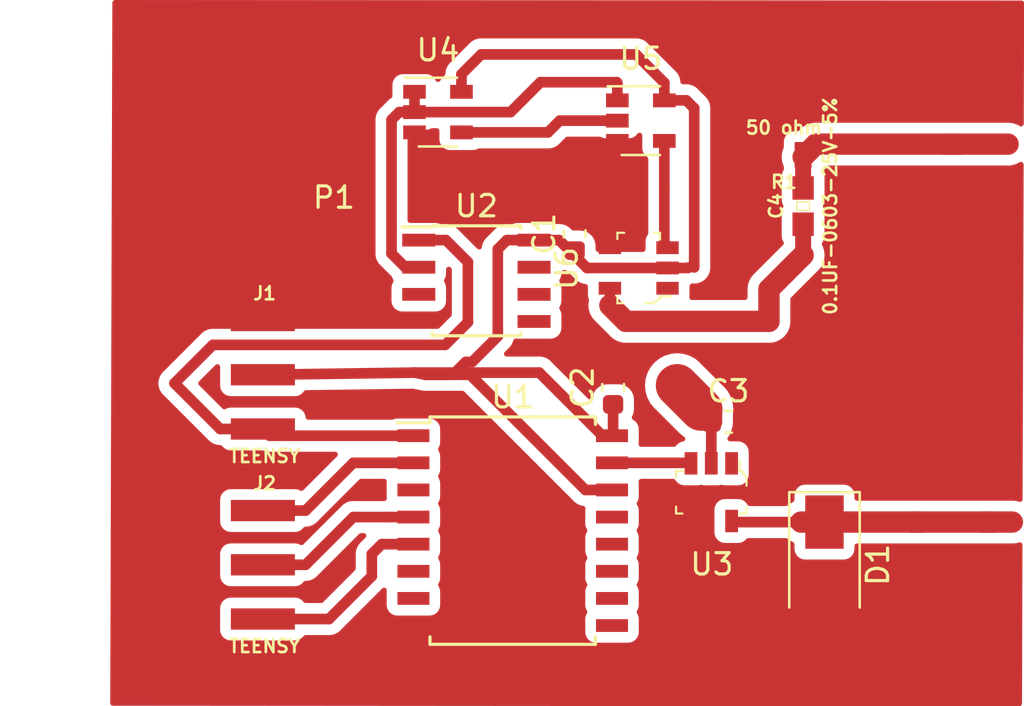
<source format=kicad_pcb>
(kicad_pcb (version 20171130) (host pcbnew 5.1.5+dfsg1-2~bpo9+1)

  (general
    (thickness 1.6)
    (drawings 0)
    (tracks 98)
    (zones 0)
    (modules 15)
    (nets 29)
  )

  (page A4)
  (layers
    (0 F.Cu signal)
    (31 B.Cu signal)
    (32 B.Adhes user)
    (33 F.Adhes user)
    (34 B.Paste user)
    (35 F.Paste user)
    (36 B.SilkS user)
    (37 F.SilkS user)
    (38 B.Mask user)
    (39 F.Mask user)
    (40 Dwgs.User user)
    (41 Cmts.User user)
    (42 Eco1.User user)
    (43 Eco2.User user)
    (44 Edge.Cuts user)
    (45 Margin user)
    (46 B.CrtYd user)
    (47 F.CrtYd user)
    (48 B.Fab user)
    (49 F.Fab user)
  )

  (setup
    (last_trace_width 1)
    (user_trace_width 1)
    (trace_clearance 0.2)
    (zone_clearance 0.5)
    (zone_45_only no)
    (trace_min 0.2)
    (via_size 0.8)
    (via_drill 0.4)
    (via_min_size 0.4)
    (via_min_drill 0.3)
    (uvia_size 0.3)
    (uvia_drill 0.1)
    (uvias_allowed no)
    (uvia_min_size 0.2)
    (uvia_min_drill 0.1)
    (edge_width 0.05)
    (segment_width 0.2)
    (pcb_text_width 0.3)
    (pcb_text_size 1.5 1.5)
    (mod_edge_width 0.12)
    (mod_text_size 1 1)
    (mod_text_width 0.15)
    (pad_size 1.524 1.524)
    (pad_drill 0.762)
    (pad_to_mask_clearance 0.051)
    (solder_mask_min_width 0.25)
    (aux_axis_origin 79.7 92.7)
    (grid_origin 79.7 92.7)
    (visible_elements FFFFFF7F)
    (pcbplotparams
      (layerselection 0x00000_7fffffff)
      (usegerberextensions false)
      (usegerberattributes false)
      (usegerberadvancedattributes false)
      (creategerberjobfile false)
      (excludeedgelayer true)
      (linewidth 0.150000)
      (plotframeref false)
      (viasonmask false)
      (mode 1)
      (useauxorigin true)
      (hpglpennumber 1)
      (hpglpenspeed 20)
      (hpglpendiameter 15.000000)
      (psnegative false)
      (psa4output false)
      (plotreference true)
      (plotvalue true)
      (plotinvisibletext false)
      (padsonsilk false)
      (subtractmaskfromsilk false)
      (outputformat 1)
      (mirror false)
      (drillshape 0)
      (scaleselection 1)
      (outputdirectory ""))
  )

  (net 0 "")
  (net 1 5V)
  (net 2 GND)
  (net 3 12V)
  (net 4 COAX)
  (net 5 TRIG)
  (net 6 LE)
  (net 7 CLK)
  (net 8 D)
  (net 9 "Net-(U1-Pad3)")
  (net 10 "Net-(U1-Pad6)")
  (net 11 "Net-(U1-Pad7)")
  (net 12 "Net-(U1-Pad9)")
  (net 13 "Net-(U1-Pad10)")
  (net 14 "Net-(U1-Pad11)")
  (net 15 "Net-(U1-Pad12)")
  (net 16 "Net-(U1-Pad13)")
  (net 17 SWEEP_TRIGGER)
  (net 18 PULSE_TRIGGER)
  (net 19 "Net-(U2-Pad3)")
  (net 20 "Net-(U2-Pad5)")
  (net 21 "Net-(U2-Pad6)")
  (net 22 "Net-(U2-Pad7)")
  (net 23 "Net-(U3-Pad1)")
  (net 24 "Net-(U4-Pad4)")
  (net 25 "Net-(U5-Pad4)")
  (net 26 "Net-(U6-Pad1)")
  (net 27 "Net-(C4-Pad2)")
  (net 28 "Net-(C4-Pad1)")

  (net_class Default "This is the default net class."
    (clearance 0.2)
    (trace_width 0.25)
    (via_dia 0.8)
    (via_drill 0.4)
    (uvia_dia 0.3)
    (uvia_drill 0.1)
    (add_net 12V)
    (add_net 5V)
    (add_net CLK)
    (add_net COAX)
    (add_net D)
    (add_net GND)
    (add_net LE)
    (add_net "Net-(C4-Pad1)")
    (add_net "Net-(C4-Pad2)")
    (add_net "Net-(U1-Pad10)")
    (add_net "Net-(U1-Pad11)")
    (add_net "Net-(U1-Pad12)")
    (add_net "Net-(U1-Pad13)")
    (add_net "Net-(U1-Pad3)")
    (add_net "Net-(U1-Pad6)")
    (add_net "Net-(U1-Pad7)")
    (add_net "Net-(U1-Pad9)")
    (add_net "Net-(U2-Pad3)")
    (add_net "Net-(U2-Pad5)")
    (add_net "Net-(U2-Pad6)")
    (add_net "Net-(U2-Pad7)")
    (add_net "Net-(U3-Pad1)")
    (add_net "Net-(U4-Pad4)")
    (add_net "Net-(U5-Pad4)")
    (add_net "Net-(U6-Pad1)")
    (add_net PULSE_TRIGGER)
    (add_net SWEEP_TRIGGER)
    (add_net TRIG)
  )

  (module Capacitors:0805 (layer F.Cu) (tedit 200000) (tstamp 600A189A)
    (at 111.2 100 180)
    (descr "GENERIC 2012 (0805) PACKAGE")
    (tags "GENERIC 2012 (0805) PACKAGE")
    (path /6016EE58)
    (attr smd)
    (fp_text reference R1 (at 0 -1.27) (layer F.SilkS)
      (effects (font (size 0.6096 0.6096) (thickness 0.127)))
    )
    (fp_text value "50 ohm" (at 0 1.27) (layer F.SilkS)
      (effects (font (size 0.6096 0.6096) (thickness 0.127)))
    )
    (fp_line (start -1.4986 0.79756) (end -1.4986 -0.79756) (layer F.CrtYd) (width 0.0508))
    (fp_line (start 1.4986 0.79756) (end -1.4986 0.79756) (layer F.CrtYd) (width 0.0508))
    (fp_line (start 1.4986 -0.79756) (end 1.4986 0.79756) (layer F.CrtYd) (width 0.0508))
    (fp_line (start -1.4986 -0.79756) (end 1.4986 -0.79756) (layer F.CrtYd) (width 0.0508))
    (pad 2 smd rect (at 0.89916 0 180) (size 0.79756 1.19888) (layers F.Cu F.Paste F.Mask)
      (net 2 GND) (solder_mask_margin 0.1016))
    (pad 1 smd rect (at -0.89916 0 180) (size 0.79756 1.19888) (layers F.Cu F.Paste F.Mask)
      (net 27 "Net-(C4-Pad2)") (solder_mask_margin 0.1016))
  )

  (module Capacitors:0603 (layer F.Cu) (tedit 596180EF) (tstamp 600A1818)
    (at 112.1 102.4 90)
    (descr "GENERIC 1608 (0603) PACKAGE")
    (tags "GENERIC 1608 (0603) PACKAGE")
    (path /6016D4E6)
    (attr smd)
    (fp_text reference C4 (at 0 -1.27 90) (layer F.SilkS)
      (effects (font (size 0.6096 0.6096) (thickness 0.127)))
    )
    (fp_text value 0.1UF-0603-25V-5% (at 0 1.27 90) (layer F.SilkS)
      (effects (font (size 0.6096 0.6096) (thickness 0.127)))
    )
    (fp_line (start -0.3556 0.41656) (end 0.3556 0.41656) (layer Dwgs.User) (width 0.1016))
    (fp_line (start -0.3556 -0.4318) (end 0.3556 -0.4318) (layer Dwgs.User) (width 0.1016))
    (fp_line (start -1.59766 0.6985) (end -1.59766 -0.6985) (layer F.CrtYd) (width 0.0508))
    (fp_line (start 1.59766 0.6985) (end -1.59766 0.6985) (layer F.CrtYd) (width 0.0508))
    (fp_line (start 1.59766 -0.6985) (end 1.59766 0.6985) (layer F.CrtYd) (width 0.0508))
    (fp_line (start -1.59766 -0.6985) (end 1.59766 -0.6985) (layer F.CrtYd) (width 0.0508))
    (fp_line (start -0.19812 0.29972) (end -0.19812 -0.29972) (layer F.SilkS) (width 0.06604))
    (fp_line (start -0.19812 -0.29972) (end 0.19812 -0.29972) (layer F.SilkS) (width 0.06604))
    (fp_line (start 0.19812 0.29972) (end 0.19812 -0.29972) (layer F.SilkS) (width 0.06604))
    (fp_line (start -0.19812 0.29972) (end 0.19812 0.29972) (layer F.SilkS) (width 0.06604))
    (fp_line (start 0.3302 0.4699) (end 0.3302 -0.48006) (layer Dwgs.User) (width 0.06604))
    (fp_line (start 0.3302 -0.48006) (end 0.82804 -0.48006) (layer Dwgs.User) (width 0.06604))
    (fp_line (start 0.82804 0.4699) (end 0.82804 -0.48006) (layer Dwgs.User) (width 0.06604))
    (fp_line (start 0.3302 0.4699) (end 0.82804 0.4699) (layer Dwgs.User) (width 0.06604))
    (fp_line (start -0.8382 0.4699) (end -0.8382 -0.48006) (layer Dwgs.User) (width 0.06604))
    (fp_line (start -0.8382 -0.48006) (end -0.33782 -0.48006) (layer Dwgs.User) (width 0.06604))
    (fp_line (start -0.33782 0.4699) (end -0.33782 -0.48006) (layer Dwgs.User) (width 0.06604))
    (fp_line (start -0.8382 0.4699) (end -0.33782 0.4699) (layer Dwgs.User) (width 0.06604))
    (pad 2 smd rect (at 0.84836 0 90) (size 1.09982 0.99822) (layers F.Cu F.Paste F.Mask)
      (net 27 "Net-(C4-Pad2)") (solder_mask_margin 0.1016))
    (pad 1 smd rect (at -0.84836 0 90) (size 1.09982 0.99822) (layers F.Cu F.Paste F.Mask)
      (net 28 "Net-(C4-Pad1)") (solder_mask_margin 0.1016))
  )

  (module Capacitor_SMD:C_0603_1608Metric (layer F.Cu) (tedit 5B301BBE) (tstamp 600453BE)
    (at 108.6 112.5)
    (descr "Capacitor SMD 0603 (1608 Metric), square (rectangular) end terminal, IPC_7351 nominal, (Body size source: http://www.tortai-tech.com/upload/download/2011102023233369053.pdf), generated with kicad-footprint-generator")
    (tags capacitor)
    (path /5FFF0741)
    (attr smd)
    (fp_text reference C3 (at 0 -1.43) (layer F.SilkS)
      (effects (font (size 1 1) (thickness 0.15)))
    )
    (fp_text value "0.1 uF" (at 0 1.43) (layer F.Fab)
      (effects (font (size 1 1) (thickness 0.15)))
    )
    (fp_line (start -0.8 0.4) (end -0.8 -0.4) (layer F.Fab) (width 0.1))
    (fp_line (start -0.8 -0.4) (end 0.8 -0.4) (layer F.Fab) (width 0.1))
    (fp_line (start 0.8 -0.4) (end 0.8 0.4) (layer F.Fab) (width 0.1))
    (fp_line (start 0.8 0.4) (end -0.8 0.4) (layer F.Fab) (width 0.1))
    (fp_line (start -0.162779 -0.51) (end 0.162779 -0.51) (layer F.SilkS) (width 0.12))
    (fp_line (start -0.162779 0.51) (end 0.162779 0.51) (layer F.SilkS) (width 0.12))
    (fp_line (start -1.48 0.73) (end -1.48 -0.73) (layer F.CrtYd) (width 0.05))
    (fp_line (start -1.48 -0.73) (end 1.48 -0.73) (layer F.CrtYd) (width 0.05))
    (fp_line (start 1.48 -0.73) (end 1.48 0.73) (layer F.CrtYd) (width 0.05))
    (fp_line (start 1.48 0.73) (end -1.48 0.73) (layer F.CrtYd) (width 0.05))
    (fp_text user %R (at 0 0) (layer F.Fab)
      (effects (font (size 0.4 0.4) (thickness 0.06)))
    )
    (pad 1 smd roundrect (at -0.7875 0) (size 0.875 0.95) (layers F.Cu F.Paste F.Mask) (roundrect_rratio 0.25)
      (net 3 12V))
    (pad 2 smd roundrect (at 0.7875 0) (size 0.875 0.95) (layers F.Cu F.Paste F.Mask) (roundrect_rratio 0.25)
      (net 2 GND))
    (model ${KISYS3DMOD}/Capacitor_SMD.3dshapes/C_0603_1608Metric.wrl
      (at (xyz 0 0 0))
      (scale (xyz 1 1 1))
      (rotate (xyz 0 0 0))
    )
  )

  (module Package_SO:SOIC-16W_7.5x10.3mm_P1.27mm (layer F.Cu) (tedit 5A02F2D3) (tstamp 60045399)
    (at 98.5 117.6)
    (descr "16-Lead Plastic Small Outline (SO) - Wide, 7.50 mm Body [SOIC] (see Microchip Packaging Specification 00000049BS.pdf)")
    (tags "SOIC 1.27")
    (path /5FFB6E3D)
    (attr smd)
    (fp_text reference U1 (at 0 -6.25) (layer F.SilkS)
      (effects (font (size 1 1) (thickness 0.15)))
    )
    (fp_text value DS1023S-50 (at 0 6.25) (layer F.Fab)
      (effects (font (size 1 1) (thickness 0.15)))
    )
    (fp_text user %R (at 0 0) (layer F.Fab)
      (effects (font (size 1 1) (thickness 0.15)))
    )
    (fp_line (start -2.75 -5.15) (end 3.75 -5.15) (layer F.Fab) (width 0.15))
    (fp_line (start 3.75 -5.15) (end 3.75 5.15) (layer F.Fab) (width 0.15))
    (fp_line (start 3.75 5.15) (end -3.75 5.15) (layer F.Fab) (width 0.15))
    (fp_line (start -3.75 5.15) (end -3.75 -4.15) (layer F.Fab) (width 0.15))
    (fp_line (start -3.75 -4.15) (end -2.75 -5.15) (layer F.Fab) (width 0.15))
    (fp_line (start -5.65 -5.5) (end -5.65 5.5) (layer F.CrtYd) (width 0.05))
    (fp_line (start 5.65 -5.5) (end 5.65 5.5) (layer F.CrtYd) (width 0.05))
    (fp_line (start -5.65 -5.5) (end 5.65 -5.5) (layer F.CrtYd) (width 0.05))
    (fp_line (start -5.65 5.5) (end 5.65 5.5) (layer F.CrtYd) (width 0.05))
    (fp_line (start -3.875 -5.325) (end -3.875 -5.05) (layer F.SilkS) (width 0.15))
    (fp_line (start 3.875 -5.325) (end 3.875 -4.97) (layer F.SilkS) (width 0.15))
    (fp_line (start 3.875 5.325) (end 3.875 4.97) (layer F.SilkS) (width 0.15))
    (fp_line (start -3.875 5.325) (end -3.875 4.97) (layer F.SilkS) (width 0.15))
    (fp_line (start -3.875 -5.325) (end 3.875 -5.325) (layer F.SilkS) (width 0.15))
    (fp_line (start -3.875 5.325) (end 3.875 5.325) (layer F.SilkS) (width 0.15))
    (fp_line (start -3.875 -5.05) (end -5.4 -5.05) (layer F.SilkS) (width 0.15))
    (pad 1 smd rect (at -4.65 -4.445) (size 1.5 0.6) (layers F.Cu F.Paste F.Mask)
      (net 5 TRIG))
    (pad 2 smd rect (at -4.65 -3.175) (size 1.5 0.6) (layers F.Cu F.Paste F.Mask)
      (net 6 LE))
    (pad 3 smd rect (at -4.65 -1.905) (size 1.5 0.6) (layers F.Cu F.Paste F.Mask)
      (net 9 "Net-(U1-Pad3)"))
    (pad 4 smd rect (at -4.65 -0.635) (size 1.5 0.6) (layers F.Cu F.Paste F.Mask)
      (net 7 CLK))
    (pad 5 smd rect (at -4.65 0.635) (size 1.5 0.6) (layers F.Cu F.Paste F.Mask)
      (net 8 D))
    (pad 6 smd rect (at -4.65 1.905) (size 1.5 0.6) (layers F.Cu F.Paste F.Mask)
      (net 10 "Net-(U1-Pad6)"))
    (pad 7 smd rect (at -4.65 3.175) (size 1.5 0.6) (layers F.Cu F.Paste F.Mask)
      (net 11 "Net-(U1-Pad7)"))
    (pad 8 smd rect (at -4.65 4.445) (size 1.5 0.6) (layers F.Cu F.Paste F.Mask)
      (net 2 GND))
    (pad 9 smd rect (at 4.65 4.445) (size 1.5 0.6) (layers F.Cu F.Paste F.Mask)
      (net 12 "Net-(U1-Pad9)"))
    (pad 10 smd rect (at 4.65 3.175) (size 1.5 0.6) (layers F.Cu F.Paste F.Mask)
      (net 13 "Net-(U1-Pad10)"))
    (pad 11 smd rect (at 4.65 1.905) (size 1.5 0.6) (layers F.Cu F.Paste F.Mask)
      (net 14 "Net-(U1-Pad11)"))
    (pad 12 smd rect (at 4.65 0.635) (size 1.5 0.6) (layers F.Cu F.Paste F.Mask)
      (net 15 "Net-(U1-Pad12)"))
    (pad 13 smd rect (at 4.65 -0.635) (size 1.5 0.6) (layers F.Cu F.Paste F.Mask)
      (net 16 "Net-(U1-Pad13)"))
    (pad 14 smd rect (at 4.65 -1.905) (size 1.5 0.6) (layers F.Cu F.Paste F.Mask)
      (net 1 5V))
    (pad 15 smd rect (at 4.65 -3.175) (size 1.5 0.6) (layers F.Cu F.Paste F.Mask)
      (net 17 SWEEP_TRIGGER))
    (pad 16 smd rect (at 4.65 -4.445) (size 1.5 0.6) (layers F.Cu F.Paste F.Mask)
      (net 1 5V))
    (model ${KISYS3DMOD}/Package_SO.3dshapes/SOIC-16W_7.5x10.3mm_P1.27mm.wrl
      (at (xyz 0 0 0))
      (scale (xyz 1 1 1))
      (rotate (xyz 0 0 0))
    )
  )

  (module Diode_SMD:D_SMA (layer F.Cu) (tedit 586432E5) (tstamp 6004537D)
    (at 113.1 119.2 270)
    (descr "Diode SMA (DO-214AC)")
    (tags "Diode SMA (DO-214AC)")
    (path /600011FD)
    (attr smd)
    (fp_text reference D1 (at 0 -2.5 90) (layer F.SilkS)
      (effects (font (size 1 1) (thickness 0.15)))
    )
    (fp_text value D_TVS (at 0 2.6 90) (layer F.Fab)
      (effects (font (size 1 1) (thickness 0.15)))
    )
    (fp_text user %R (at 0 -2.5 90) (layer F.Fab)
      (effects (font (size 1 1) (thickness 0.15)))
    )
    (fp_line (start -3.4 -1.65) (end -3.4 1.65) (layer F.SilkS) (width 0.12))
    (fp_line (start 2.3 1.5) (end -2.3 1.5) (layer F.Fab) (width 0.1))
    (fp_line (start -2.3 1.5) (end -2.3 -1.5) (layer F.Fab) (width 0.1))
    (fp_line (start 2.3 -1.5) (end 2.3 1.5) (layer F.Fab) (width 0.1))
    (fp_line (start 2.3 -1.5) (end -2.3 -1.5) (layer F.Fab) (width 0.1))
    (fp_line (start -3.5 -1.75) (end 3.5 -1.75) (layer F.CrtYd) (width 0.05))
    (fp_line (start 3.5 -1.75) (end 3.5 1.75) (layer F.CrtYd) (width 0.05))
    (fp_line (start 3.5 1.75) (end -3.5 1.75) (layer F.CrtYd) (width 0.05))
    (fp_line (start -3.5 1.75) (end -3.5 -1.75) (layer F.CrtYd) (width 0.05))
    (fp_line (start -0.64944 0.00102) (end -1.55114 0.00102) (layer F.Fab) (width 0.1))
    (fp_line (start 0.50118 0.00102) (end 1.4994 0.00102) (layer F.Fab) (width 0.1))
    (fp_line (start -0.64944 -0.79908) (end -0.64944 0.80112) (layer F.Fab) (width 0.1))
    (fp_line (start 0.50118 0.75032) (end 0.50118 -0.79908) (layer F.Fab) (width 0.1))
    (fp_line (start -0.64944 0.00102) (end 0.50118 0.75032) (layer F.Fab) (width 0.1))
    (fp_line (start -0.64944 0.00102) (end 0.50118 -0.79908) (layer F.Fab) (width 0.1))
    (fp_line (start -3.4 1.65) (end 2 1.65) (layer F.SilkS) (width 0.12))
    (fp_line (start -3.4 -1.65) (end 2 -1.65) (layer F.SilkS) (width 0.12))
    (pad 1 smd rect (at -2 0 270) (size 2.5 1.8) (layers F.Cu F.Paste F.Mask)
      (net 4 COAX))
    (pad 2 smd rect (at 2 0 270) (size 2.5 1.8) (layers F.Cu F.Paste F.Mask)
      (net 2 GND))
    (model ${KISYS3DMOD}/Diode_SMD.3dshapes/D_SMA.wrl
      (at (xyz 0 0 0))
      (scale (xyz 1 1 1))
      (rotate (xyz 0 0 0))
    )
  )

  (module Capacitor_SMD:C_0603_1608Metric (layer F.Cu) (tedit 5B301BBE) (tstamp 6004536C)
    (at 101.4 103.7 90)
    (descr "Capacitor SMD 0603 (1608 Metric), square (rectangular) end terminal, IPC_7351 nominal, (Body size source: http://www.tortai-tech.com/upload/download/2011102023233369053.pdf), generated with kicad-footprint-generator")
    (tags capacitor)
    (path /5FFFCD0C)
    (attr smd)
    (fp_text reference C1 (at 0 -1.43 90) (layer F.SilkS)
      (effects (font (size 1 1) (thickness 0.15)))
    )
    (fp_text value "0.1 uF" (at 0 1.43 90) (layer F.Fab)
      (effects (font (size 1 1) (thickness 0.15)))
    )
    (fp_line (start -0.8 0.4) (end -0.8 -0.4) (layer F.Fab) (width 0.1))
    (fp_line (start -0.8 -0.4) (end 0.8 -0.4) (layer F.Fab) (width 0.1))
    (fp_line (start 0.8 -0.4) (end 0.8 0.4) (layer F.Fab) (width 0.1))
    (fp_line (start 0.8 0.4) (end -0.8 0.4) (layer F.Fab) (width 0.1))
    (fp_line (start -0.162779 -0.51) (end 0.162779 -0.51) (layer F.SilkS) (width 0.12))
    (fp_line (start -0.162779 0.51) (end 0.162779 0.51) (layer F.SilkS) (width 0.12))
    (fp_line (start -1.48 0.73) (end -1.48 -0.73) (layer F.CrtYd) (width 0.05))
    (fp_line (start -1.48 -0.73) (end 1.48 -0.73) (layer F.CrtYd) (width 0.05))
    (fp_line (start 1.48 -0.73) (end 1.48 0.73) (layer F.CrtYd) (width 0.05))
    (fp_line (start 1.48 0.73) (end -1.48 0.73) (layer F.CrtYd) (width 0.05))
    (fp_text user %R (at 0 0 90) (layer F.Fab)
      (effects (font (size 0.4 0.4) (thickness 0.06)))
    )
    (pad 1 smd roundrect (at -0.7875 0 90) (size 0.875 0.95) (layers F.Cu F.Paste F.Mask) (roundrect_rratio 0.25)
      (net 1 5V))
    (pad 2 smd roundrect (at 0.7875 0 90) (size 0.875 0.95) (layers F.Cu F.Paste F.Mask) (roundrect_rratio 0.25)
      (net 2 GND))
    (model ${KISYS3DMOD}/Capacitor_SMD.3dshapes/C_0603_1608Metric.wrl
      (at (xyz 0 0 0))
      (scale (xyz 1 1 1))
      (rotate (xyz 0 0 0))
    )
  )

  (module Package_SO:SOIC-8_3.9x4.9mm_P1.27mm (layer F.Cu) (tedit 5A02F2D3) (tstamp 6004533D)
    (at 96.8 105.9)
    (descr "8-Lead Plastic Small Outline (SN) - Narrow, 3.90 mm Body [SOIC] (see Microchip Packaging Specification 00000049BS.pdf)")
    (tags "SOIC 1.27")
    (path /5FFB8144)
    (attr smd)
    (fp_text reference U2 (at 0 -3.5) (layer F.SilkS)
      (effects (font (size 1 1) (thickness 0.15)))
    )
    (fp_text value DS1100Z-500 (at 0 3.5) (layer F.Fab)
      (effects (font (size 1 1) (thickness 0.15)))
    )
    (fp_text user %R (at 0 0) (layer F.Fab)
      (effects (font (size 1 1) (thickness 0.15)))
    )
    (fp_line (start -0.95 -2.45) (end 1.95 -2.45) (layer F.Fab) (width 0.1))
    (fp_line (start 1.95 -2.45) (end 1.95 2.45) (layer F.Fab) (width 0.1))
    (fp_line (start 1.95 2.45) (end -1.95 2.45) (layer F.Fab) (width 0.1))
    (fp_line (start -1.95 2.45) (end -1.95 -1.45) (layer F.Fab) (width 0.1))
    (fp_line (start -1.95 -1.45) (end -0.95 -2.45) (layer F.Fab) (width 0.1))
    (fp_line (start -3.73 -2.7) (end -3.73 2.7) (layer F.CrtYd) (width 0.05))
    (fp_line (start 3.73 -2.7) (end 3.73 2.7) (layer F.CrtYd) (width 0.05))
    (fp_line (start -3.73 -2.7) (end 3.73 -2.7) (layer F.CrtYd) (width 0.05))
    (fp_line (start -3.73 2.7) (end 3.73 2.7) (layer F.CrtYd) (width 0.05))
    (fp_line (start -2.075 -2.575) (end -2.075 -2.525) (layer F.SilkS) (width 0.15))
    (fp_line (start 2.075 -2.575) (end 2.075 -2.43) (layer F.SilkS) (width 0.15))
    (fp_line (start 2.075 2.575) (end 2.075 2.43) (layer F.SilkS) (width 0.15))
    (fp_line (start -2.075 2.575) (end -2.075 2.43) (layer F.SilkS) (width 0.15))
    (fp_line (start -2.075 -2.575) (end 2.075 -2.575) (layer F.SilkS) (width 0.15))
    (fp_line (start -2.075 2.575) (end 2.075 2.575) (layer F.SilkS) (width 0.15))
    (fp_line (start -2.075 -2.525) (end -3.475 -2.525) (layer F.SilkS) (width 0.15))
    (pad 1 smd rect (at -2.7 -1.905) (size 1.55 0.6) (layers F.Cu F.Paste F.Mask)
      (net 5 TRIG))
    (pad 2 smd rect (at -2.7 -0.635) (size 1.55 0.6) (layers F.Cu F.Paste F.Mask)
      (net 18 PULSE_TRIGGER))
    (pad 3 smd rect (at -2.7 0.635) (size 1.55 0.6) (layers F.Cu F.Paste F.Mask)
      (net 19 "Net-(U2-Pad3)"))
    (pad 4 smd rect (at -2.7 1.905) (size 1.55 0.6) (layers F.Cu F.Paste F.Mask)
      (net 2 GND))
    (pad 5 smd rect (at 2.7 1.905) (size 1.55 0.6) (layers F.Cu F.Paste F.Mask)
      (net 20 "Net-(U2-Pad5)"))
    (pad 6 smd rect (at 2.7 0.635) (size 1.55 0.6) (layers F.Cu F.Paste F.Mask)
      (net 21 "Net-(U2-Pad6)"))
    (pad 7 smd rect (at 2.7 -0.635) (size 1.55 0.6) (layers F.Cu F.Paste F.Mask)
      (net 22 "Net-(U2-Pad7)"))
    (pad 8 smd rect (at 2.7 -1.905) (size 1.55 0.6) (layers F.Cu F.Paste F.Mask)
      (net 1 5V))
    (model ${KISYS3DMOD}/Package_SO.3dshapes/SOIC-8_3.9x4.9mm_P1.27mm.wrl
      (at (xyz 0 0 0))
      (scale (xyz 1 1 1))
      (rotate (xyz 0 0 0))
    )
  )

  (module Capacitor_SMD:C_0603_1608Metric (layer F.Cu) (tedit 5B301BBE) (tstamp 6004532A)
    (at 103.2 110.9 90)
    (descr "Capacitor SMD 0603 (1608 Metric), square (rectangular) end terminal, IPC_7351 nominal, (Body size source: http://www.tortai-tech.com/upload/download/2011102023233369053.pdf), generated with kicad-footprint-generator")
    (tags capacitor)
    (path /5FFBBE06)
    (attr smd)
    (fp_text reference C2 (at 0 -1.43 90) (layer F.SilkS)
      (effects (font (size 1 1) (thickness 0.15)))
    )
    (fp_text value "0.1 uF" (at 0 1.43 90) (layer F.Fab)
      (effects (font (size 1 1) (thickness 0.15)))
    )
    (fp_line (start -0.8 0.4) (end -0.8 -0.4) (layer F.Fab) (width 0.1))
    (fp_line (start -0.8 -0.4) (end 0.8 -0.4) (layer F.Fab) (width 0.1))
    (fp_line (start 0.8 -0.4) (end 0.8 0.4) (layer F.Fab) (width 0.1))
    (fp_line (start 0.8 0.4) (end -0.8 0.4) (layer F.Fab) (width 0.1))
    (fp_line (start -0.162779 -0.51) (end 0.162779 -0.51) (layer F.SilkS) (width 0.12))
    (fp_line (start -0.162779 0.51) (end 0.162779 0.51) (layer F.SilkS) (width 0.12))
    (fp_line (start -1.48 0.73) (end -1.48 -0.73) (layer F.CrtYd) (width 0.05))
    (fp_line (start -1.48 -0.73) (end 1.48 -0.73) (layer F.CrtYd) (width 0.05))
    (fp_line (start 1.48 -0.73) (end 1.48 0.73) (layer F.CrtYd) (width 0.05))
    (fp_line (start 1.48 0.73) (end -1.48 0.73) (layer F.CrtYd) (width 0.05))
    (fp_text user %R (at 0 0 90) (layer F.Fab)
      (effects (font (size 0.4 0.4) (thickness 0.06)))
    )
    (pad 1 smd roundrect (at -0.7875 0 90) (size 0.875 0.95) (layers F.Cu F.Paste F.Mask) (roundrect_rratio 0.25)
      (net 1 5V))
    (pad 2 smd roundrect (at 0.7875 0 90) (size 0.875 0.95) (layers F.Cu F.Paste F.Mask) (roundrect_rratio 0.25)
      (net 2 GND))
    (model ${KISYS3DMOD}/Capacitor_SMD.3dshapes/C_0603_1608Metric.wrl
      (at (xyz 0 0 0))
      (scale (xyz 1 1 1))
      (rotate (xyz 0 0 0))
    )
  )

  (module Package_TO_SOT_SMD:SOT-23-5 (layer F.Cu) (tedit 5A02FF57) (tstamp 60045302)
    (at 95 98)
    (descr "5-pin SOT23 package")
    (tags SOT-23-5)
    (path /600A0307)
    (attr smd)
    (fp_text reference U4 (at 0 -2.9) (layer F.SilkS)
      (effects (font (size 1 1) (thickness 0.15)))
    )
    (fp_text value 74AHC1G00 (at 0 2.9) (layer F.Fab)
      (effects (font (size 1 1) (thickness 0.15)))
    )
    (fp_text user %R (at 0 0 90) (layer F.Fab)
      (effects (font (size 0.5 0.5) (thickness 0.075)))
    )
    (fp_line (start -0.9 1.61) (end 0.9 1.61) (layer F.SilkS) (width 0.12))
    (fp_line (start 0.9 -1.61) (end -1.55 -1.61) (layer F.SilkS) (width 0.12))
    (fp_line (start -1.9 -1.8) (end 1.9 -1.8) (layer F.CrtYd) (width 0.05))
    (fp_line (start 1.9 -1.8) (end 1.9 1.8) (layer F.CrtYd) (width 0.05))
    (fp_line (start 1.9 1.8) (end -1.9 1.8) (layer F.CrtYd) (width 0.05))
    (fp_line (start -1.9 1.8) (end -1.9 -1.8) (layer F.CrtYd) (width 0.05))
    (fp_line (start -0.9 -0.9) (end -0.25 -1.55) (layer F.Fab) (width 0.1))
    (fp_line (start 0.9 -1.55) (end -0.25 -1.55) (layer F.Fab) (width 0.1))
    (fp_line (start -0.9 -0.9) (end -0.9 1.55) (layer F.Fab) (width 0.1))
    (fp_line (start 0.9 1.55) (end -0.9 1.55) (layer F.Fab) (width 0.1))
    (fp_line (start 0.9 -1.55) (end 0.9 1.55) (layer F.Fab) (width 0.1))
    (pad 1 smd rect (at -1.1 -0.95) (size 1.06 0.65) (layers F.Cu F.Paste F.Mask)
      (net 18 PULSE_TRIGGER))
    (pad 2 smd rect (at -1.1 0) (size 1.06 0.65) (layers F.Cu F.Paste F.Mask)
      (net 18 PULSE_TRIGGER))
    (pad 3 smd rect (at -1.1 0.95) (size 1.06 0.65) (layers F.Cu F.Paste F.Mask)
      (net 2 GND))
    (pad 4 smd rect (at 1.1 0.95) (size 1.06 0.65) (layers F.Cu F.Paste F.Mask)
      (net 24 "Net-(U4-Pad4)"))
    (pad 5 smd rect (at 1.1 -0.95) (size 1.06 0.65) (layers F.Cu F.Paste F.Mask)
      (net 1 5V))
    (model ${KISYS3DMOD}/Package_TO_SOT_SMD.3dshapes/SOT-23-5.wrl
      (at (xyz 0 0 0))
      (scale (xyz 1 1 1))
      (rotate (xyz 0 0 0))
    )
  )

  (module Connectors2:1X03_SMD_RA_MALE (layer F.Cu) (tedit 5963D23B) (tstamp 600452EF)
    (at 81.80128 110.3 270)
    (descr "SMD- 3 PIN RIGHT ANGLE MALE HEADERS")
    (tags "SMD- 3 PIN RIGHT ANGLE MALE HEADERS")
    (path /5FFFE35A)
    (attr smd)
    (fp_text reference J1 (at -3.81 -5.08) (layer F.SilkS)
      (effects (font (size 0.6096 0.6096) (thickness 0.127)))
    )
    (fp_text value TEENSY (at 3.81 -5.08) (layer F.SilkS)
      (effects (font (size 0.6096 0.6096) (thickness 0.127)))
    )
    (fp_line (start 3.81 -1.24968) (end -3.81 -1.24968) (layer Dwgs.User) (width 0.1778))
    (fp_line (start -3.81 -1.24968) (end -3.81 1.24968) (layer Dwgs.User) (width 0.1778))
    (fp_line (start 3.81 1.24968) (end 2.52984 1.24968) (layer Dwgs.User) (width 0.1778))
    (fp_line (start 2.52984 1.24968) (end -0.00762 1.24968) (layer Dwgs.User) (width 0.1778))
    (fp_line (start -0.00762 1.24968) (end -2.54762 1.24968) (layer Dwgs.User) (width 0.1778))
    (fp_line (start -2.54762 1.24968) (end -3.81 1.24968) (layer Dwgs.User) (width 0.1778))
    (fp_line (start 3.81 1.24968) (end 3.81 -1.24968) (layer Dwgs.User) (width 0.1778))
    (fp_line (start 2.52984 1.24968) (end 2.52984 7.24916) (layer Dwgs.User) (width 0.127))
    (fp_line (start -0.00762 1.24968) (end -0.00762 7.24916) (layer Dwgs.User) (width 0.127))
    (fp_line (start -2.54762 1.24968) (end -2.54762 7.24916) (layer Dwgs.User) (width 0.127))
    (pad 1 smd rect (at -2.54 -4.99872) (size 2.99974 0.99822) (layers F.Cu F.Paste F.Mask)
      (net 2 GND) (solder_mask_margin 0.1016))
    (pad 2 smd rect (at 0 -4.99872) (size 2.99974 0.99822) (layers F.Cu F.Paste F.Mask)
      (net 1 5V) (solder_mask_margin 0.1016))
    (pad 3 smd rect (at 2.54 -4.99872) (size 2.99974 0.99822) (layers F.Cu F.Paste F.Mask)
      (net 5 TRIG) (solder_mask_margin 0.1016))
  )

  (module Package_TO_SOT_SMD:SOT-23-5 (layer F.Cu) (tedit 5A02FF57) (tstamp 600452D6)
    (at 104.5 98.4)
    (descr "5-pin SOT23 package")
    (tags SOT-23-5)
    (path /6009F15B)
    (attr smd)
    (fp_text reference U5 (at 0 -2.9) (layer F.SilkS)
      (effects (font (size 1 1) (thickness 0.15)))
    )
    (fp_text value 74AHC1G08 (at 0 2.9) (layer F.Fab)
      (effects (font (size 1 1) (thickness 0.15)))
    )
    (fp_text user %R (at 0 0 90) (layer F.Fab)
      (effects (font (size 0.5 0.5) (thickness 0.075)))
    )
    (fp_line (start -0.9 1.61) (end 0.9 1.61) (layer F.SilkS) (width 0.12))
    (fp_line (start 0.9 -1.61) (end -1.55 -1.61) (layer F.SilkS) (width 0.12))
    (fp_line (start -1.9 -1.8) (end 1.9 -1.8) (layer F.CrtYd) (width 0.05))
    (fp_line (start 1.9 -1.8) (end 1.9 1.8) (layer F.CrtYd) (width 0.05))
    (fp_line (start 1.9 1.8) (end -1.9 1.8) (layer F.CrtYd) (width 0.05))
    (fp_line (start -1.9 1.8) (end -1.9 -1.8) (layer F.CrtYd) (width 0.05))
    (fp_line (start -0.9 -0.9) (end -0.25 -1.55) (layer F.Fab) (width 0.1))
    (fp_line (start 0.9 -1.55) (end -0.25 -1.55) (layer F.Fab) (width 0.1))
    (fp_line (start -0.9 -0.9) (end -0.9 1.55) (layer F.Fab) (width 0.1))
    (fp_line (start 0.9 1.55) (end -0.9 1.55) (layer F.Fab) (width 0.1))
    (fp_line (start 0.9 -1.55) (end 0.9 1.55) (layer F.Fab) (width 0.1))
    (pad 1 smd rect (at -1.1 -0.95) (size 1.06 0.65) (layers F.Cu F.Paste F.Mask)
      (net 18 PULSE_TRIGGER))
    (pad 2 smd rect (at -1.1 0) (size 1.06 0.65) (layers F.Cu F.Paste F.Mask)
      (net 24 "Net-(U4-Pad4)"))
    (pad 3 smd rect (at -1.1 0.95) (size 1.06 0.65) (layers F.Cu F.Paste F.Mask)
      (net 2 GND))
    (pad 4 smd rect (at 1.1 0.95) (size 1.06 0.65) (layers F.Cu F.Paste F.Mask)
      (net 25 "Net-(U5-Pad4)"))
    (pad 5 smd rect (at 1.1 -0.95) (size 1.06 0.65) (layers F.Cu F.Paste F.Mask)
      (net 1 5V))
    (model ${KISYS3DMOD}/Package_TO_SOT_SMD.3dshapes/SOT-23-5.wrl
      (at (xyz 0 0 0))
      (scale (xyz 1 1 1))
      (rotate (xyz 0 0 0))
    )
  )

  (module Connectors2:1X03_SMD_RA_MALE (layer F.Cu) (tedit 5963D23B) (tstamp 600452C6)
    (at 81.80128 119.2 270)
    (descr "SMD- 3 PIN RIGHT ANGLE MALE HEADERS")
    (tags "SMD- 3 PIN RIGHT ANGLE MALE HEADERS")
    (path /600C99A6)
    (attr smd)
    (fp_text reference J2 (at -3.81 -5.08) (layer F.SilkS)
      (effects (font (size 0.6096 0.6096) (thickness 0.127)))
    )
    (fp_text value TEENSY (at 3.81 -5.08) (layer F.SilkS)
      (effects (font (size 0.6096 0.6096) (thickness 0.127)))
    )
    (fp_line (start 3.81 -1.24968) (end -3.81 -1.24968) (layer Dwgs.User) (width 0.1778))
    (fp_line (start -3.81 -1.24968) (end -3.81 1.24968) (layer Dwgs.User) (width 0.1778))
    (fp_line (start 3.81 1.24968) (end 2.52984 1.24968) (layer Dwgs.User) (width 0.1778))
    (fp_line (start 2.52984 1.24968) (end -0.00762 1.24968) (layer Dwgs.User) (width 0.1778))
    (fp_line (start -0.00762 1.24968) (end -2.54762 1.24968) (layer Dwgs.User) (width 0.1778))
    (fp_line (start -2.54762 1.24968) (end -3.81 1.24968) (layer Dwgs.User) (width 0.1778))
    (fp_line (start 3.81 1.24968) (end 3.81 -1.24968) (layer Dwgs.User) (width 0.1778))
    (fp_line (start 2.52984 1.24968) (end 2.52984 7.24916) (layer Dwgs.User) (width 0.127))
    (fp_line (start -0.00762 1.24968) (end -0.00762 7.24916) (layer Dwgs.User) (width 0.127))
    (fp_line (start -2.54762 1.24968) (end -2.54762 7.24916) (layer Dwgs.User) (width 0.127))
    (pad 1 smd rect (at -2.54 -4.99872) (size 2.99974 0.99822) (layers F.Cu F.Paste F.Mask)
      (net 6 LE) (solder_mask_margin 0.1016))
    (pad 2 smd rect (at 0 -4.99872) (size 2.99974 0.99822) (layers F.Cu F.Paste F.Mask)
      (net 7 CLK) (solder_mask_margin 0.1016))
    (pad 3 smd rect (at 2.54 -4.99872) (size 2.99974 0.99822) (layers F.Cu F.Paste F.Mask)
      (net 8 D) (solder_mask_margin 0.1016))
  )

  (module 0xDBFB7:JUMPER_5102 (layer F.Cu) (tedit 5F3C7865) (tstamp 600452B9)
    (at 90.125 101.5)
    (path /601607A6)
    (fp_text reference P1 (at 0 0.5) (layer F.SilkS)
      (effects (font (size 1 1) (thickness 0.15)))
    )
    (fp_text value CONN_2 (at 0 -0.5) (layer F.Fab)
      (effects (font (size 1 1) (thickness 0.15)))
    )
    (pad 1 smd rect (at 0 0) (size 2.47 2.8) (layers F.Cu F.Paste F.Mask)
      (net 2 GND))
    (pad 2 smd rect (at 5.375 0) (size 2.47 2.8) (layers F.Cu F.Paste F.Mask)
      (net 2 GND))
  )

  (module digikey-footprints:SOT-753 (layer F.Cu) (tedit 59EF821D) (tstamp 60045290)
    (at 104.4 105.3 90)
    (path /60094C17)
    (fp_text reference U6 (at -0.025 -3.375 90) (layer F.SilkS)
      (effects (font (size 1 1) (thickness 0.15)))
    )
    (fp_text value MCP1416T-E_OT (at 0.35 4.025 90) (layer F.Fab)
      (effects (font (size 1 1) (thickness 0.15)))
    )
    (fp_line (start -1.825 2.125) (end -1.825 -2.125) (layer F.CrtYd) (width 0.05))
    (fp_line (start 1.825 2.125) (end -1.825 2.125) (layer F.CrtYd) (width 0.05))
    (fp_line (start 1.825 -2.125) (end 1.825 2.125) (layer F.CrtYd) (width 0.05))
    (fp_line (start -1.825 -2.125) (end 1.825 -2.125) (layer F.CrtYd) (width 0.05))
    (fp_text user %R (at -1.3 -1.4 90) (layer F.Fab)
      (effects (font (size 0.75 0.75) (thickness 0.075)))
    )
    (fp_line (start -1.325 -1) (end -1.65 -1) (layer F.SilkS) (width 0.1))
    (fp_line (start -1.65 -1) (end -1.65 -0.7) (layer F.SilkS) (width 0.1))
    (fp_line (start 1.325 1) (end 1.65 1) (layer F.SilkS) (width 0.1))
    (fp_line (start 1.65 1) (end 1.65 0.7) (layer F.SilkS) (width 0.1))
    (fp_line (start 1.35 -1) (end 1.65 -1) (layer F.SilkS) (width 0.1))
    (fp_line (start 1.65 -1) (end 1.65 -0.675) (layer F.SilkS) (width 0.1))
    (fp_line (start -1.65 0.675) (end -1.425 1) (layer F.SilkS) (width 0.1))
    (fp_line (start -1.425 1) (end -1.325 1) (layer F.SilkS) (width 0.1))
    (fp_line (start -1.325 1) (end -1.325 1.525) (layer F.SilkS) (width 0.1))
    (fp_line (start -1.65 0.675) (end -1.65 0.3) (layer F.SilkS) (width 0.1))
    (fp_line (start -1.525 0.625) (end -1.525 -0.875) (layer F.Fab) (width 0.1))
    (fp_line (start -1.35 0.875) (end 1.525 0.875) (layer F.Fab) (width 0.1))
    (fp_line (start -1.525 0.625) (end -1.35 0.875) (layer F.Fab) (width 0.1))
    (fp_line (start 1.525 -0.875) (end 1.525 0.875) (layer F.Fab) (width 0.1))
    (fp_line (start -1.525 -0.875) (end 1.525 -0.875) (layer F.Fab) (width 0.1))
    (pad 5 smd rect (at -0.95 -1.35 90) (size 0.6 1.05) (layers F.Cu F.Paste F.Mask)
      (net 28 "Net-(C4-Pad1)") (solder_mask_margin 0.07))
    (pad 4 smd rect (at 0.95 -1.35 90) (size 0.6 1.05) (layers F.Cu F.Paste F.Mask)
      (net 2 GND) (solder_mask_margin 0.07))
    (pad 3 smd rect (at 0.95 1.35 90) (size 0.6 1.05) (layers F.Cu F.Paste F.Mask)
      (net 25 "Net-(U5-Pad4)") (solder_mask_margin 0.07))
    (pad 2 smd rect (at 0 1.35 90) (size 0.6 1.05) (layers F.Cu F.Paste F.Mask)
      (net 1 5V) (solder_mask_margin 0.07))
    (pad 1 smd rect (at -0.95 1.35 90) (size 0.6 1.05) (layers F.Cu F.Paste F.Mask)
      (net 26 "Net-(U6-Pad1)") (solder_mask_margin 0.07))
  )

  (module digikey-footprints:SOT-753 (layer F.Cu) (tedit 59EF821D) (tstamp 6004526D)
    (at 107.8 115.8 180)
    (path /5FFC17FB)
    (fp_text reference U3 (at -0.025 -3.375) (layer F.SilkS)
      (effects (font (size 1 1) (thickness 0.15)))
    )
    (fp_text value MCP1416T-E_OT (at 0.35 4.025) (layer F.Fab)
      (effects (font (size 1 1) (thickness 0.15)))
    )
    (fp_line (start -1.825 2.125) (end -1.825 -2.125) (layer F.CrtYd) (width 0.05))
    (fp_line (start 1.825 2.125) (end -1.825 2.125) (layer F.CrtYd) (width 0.05))
    (fp_line (start 1.825 -2.125) (end 1.825 2.125) (layer F.CrtYd) (width 0.05))
    (fp_line (start -1.825 -2.125) (end 1.825 -2.125) (layer F.CrtYd) (width 0.05))
    (fp_text user %R (at 0 0.1) (layer F.Fab)
      (effects (font (size 0.75 0.75) (thickness 0.075)))
    )
    (fp_line (start -1.325 -1) (end -1.65 -1) (layer F.SilkS) (width 0.1))
    (fp_line (start -1.65 -1) (end -1.65 -0.7) (layer F.SilkS) (width 0.1))
    (fp_line (start 1.325 1) (end 1.65 1) (layer F.SilkS) (width 0.1))
    (fp_line (start 1.65 1) (end 1.65 0.7) (layer F.SilkS) (width 0.1))
    (fp_line (start 1.35 -1) (end 1.65 -1) (layer F.SilkS) (width 0.1))
    (fp_line (start 1.65 -1) (end 1.65 -0.675) (layer F.SilkS) (width 0.1))
    (fp_line (start -1.65 0.675) (end -1.425 1) (layer F.SilkS) (width 0.1))
    (fp_line (start -1.425 1) (end -1.325 1) (layer F.SilkS) (width 0.1))
    (fp_line (start -1.325 1) (end -1.325 1.525) (layer F.SilkS) (width 0.1))
    (fp_line (start -1.65 0.675) (end -1.65 0.3) (layer F.SilkS) (width 0.1))
    (fp_line (start -1.525 0.625) (end -1.525 -0.875) (layer F.Fab) (width 0.1))
    (fp_line (start -1.35 0.875) (end 1.525 0.875) (layer F.Fab) (width 0.1))
    (fp_line (start -1.525 0.625) (end -1.35 0.875) (layer F.Fab) (width 0.1))
    (fp_line (start 1.525 -0.875) (end 1.525 0.875) (layer F.Fab) (width 0.1))
    (fp_line (start -1.525 -0.875) (end 1.525 -0.875) (layer F.Fab) (width 0.1))
    (pad 5 smd rect (at -0.95 -1.35 180) (size 0.6 1.05) (layers F.Cu F.Paste F.Mask)
      (net 4 COAX) (solder_mask_margin 0.07))
    (pad 4 smd rect (at 0.95 -1.35 180) (size 0.6 1.05) (layers F.Cu F.Paste F.Mask)
      (net 2 GND) (solder_mask_margin 0.07))
    (pad 3 smd rect (at 0.95 1.35 180) (size 0.6 1.05) (layers F.Cu F.Paste F.Mask)
      (net 17 SWEEP_TRIGGER) (solder_mask_margin 0.07))
    (pad 2 smd rect (at 0 1.35 180) (size 0.6 1.05) (layers F.Cu F.Paste F.Mask)
      (net 3 12V) (solder_mask_margin 0.07))
    (pad 1 smd rect (at -0.95 1.35 180) (size 0.6 1.05) (layers F.Cu F.Paste F.Mask)
      (net 23 "Net-(U3-Pad1)") (solder_mask_margin 0.07))
  )

  (segment (start 97.8 104.42) (end 98.225 103.995) (width 0.5) (layer F.Cu) (net 1) (tstamp 60045265))
  (segment (start 103.15 115.695) (end 101.9 115.695) (width 0.5) (layer F.Cu) (net 1) (tstamp 60045266))
  (segment (start 102.7 113.155) (end 99.745 110.2) (width 0.5) (layer F.Cu) (net 1) (tstamp 60045268))
  (segment (start 96.505 110.3) (end 94.4 110.3) (width 0.5) (layer F.Cu) (net 1) (tstamp 6004526A))
  (segment (start 107 105.274999) (end 107 97.82) (width 0.5) (layer F.Cu) (net 1) (tstamp 6004528A))
  (segment (start 104.275 95.3) (end 105.6 96.625) (width 0.5) (layer F.Cu) (net 1) (tstamp 6004528E))
  (segment (start 103.15 113.155) (end 102.7 113.155) (width 0.5) (layer F.Cu) (net 1) (tstamp 600452AD))
  (segment (start 106.725001 105.274999) (end 106.7 105.3) (width 0.5) (layer F.Cu) (net 1) (tstamp 600452B3))
  (segment (start 97.8 108.5) (end 97.8 104.42) (width 0.5) (layer F.Cu) (net 1) (tstamp 600452B7))
  (segment (start 94.4 110.3) (end 93.9 110.2) (width 0.5) (layer F.Cu) (net 1) (tstamp 600452C2))
  (segment (start 100.675 103.995) (end 100.2 103.995) (width 0.5) (layer F.Cu) (net 1) (tstamp 600452C5))
  (segment (start 101.98 105.3) (end 100.675 103.995) (width 0.5) (layer F.Cu) (net 1) (tstamp 600452EB))
  (segment (start 99.5 103.995) (end 98.225 103.995) (width 0.5) (layer F.Cu) (net 1) (tstamp 600452FF))
  (segment (start 107 97.82) (end 106.63 97.45) (width 0.5) (layer F.Cu) (net 1) (tstamp 60045316))
  (segment (start 101.9 115.695) (end 96.505 110.3) (width 0.5) (layer F.Cu) (net 1) (tstamp 60045319))
  (segment (start 96.6 109.7) (end 97.8 108.5) (width 0.5) (layer F.Cu) (net 1) (tstamp 6004531A))
  (segment (start 96.1 96.225) (end 97.025 95.3) (width 0.5) (layer F.Cu) (net 1) (tstamp 6004531E))
  (segment (start 96.1 97.05) (end 96.1 96.225) (width 0.5) (layer F.Cu) (net 1) (tstamp 6004531F))
  (segment (start 99.745 110.2) (end 93.9 110.2) (width 0.5) (layer F.Cu) (net 1) (tstamp 60045321))
  (segment (start 103.2 113.105) (end 103.15 113.155) (width 0.5) (layer F.Cu) (net 1) (tstamp 60045323))
  (segment (start 97.025 95.3) (end 104.275 95.3) (width 0.5) (layer F.Cu) (net 1) (tstamp 6004533A))
  (segment (start 106.63 97.45) (end 105.6 97.45) (width 0.5) (layer F.Cu) (net 1) (tstamp 60045361))
  (segment (start 105.75 105.3) (end 101.98 105.3) (width 0.5) (layer F.Cu) (net 1) (tstamp 60045362))
  (segment (start 93.9 110.2) (end 86.8 110.3) (width 0.5) (layer F.Cu) (net 1) (tstamp 60045365))
  (segment (start 95.7 110.3) (end 94.4 110.3) (width 0.5) (layer F.Cu) (net 1) (tstamp 60045367))
  (segment (start 96.3 109.7) (end 96.6 109.7) (width 0.5) (layer F.Cu) (net 1) (tstamp 6004536A))
  (segment (start 103.2 111.6875) (end 103.2 113.105) (width 0.5) (layer F.Cu) (net 1) (tstamp 60045397))
  (segment (start 96.3 109.7) (end 95.7 110.3) (width 0.5) (layer F.Cu) (net 1) (tstamp 60045398))
  (segment (start 106.7 105.3) (end 105.75 105.3) (width 0.5) (layer F.Cu) (net 1) (tstamp 600453CE))
  (segment (start 105.6 96.625) (end 105.6 97.45) (width 0.5) (layer F.Cu) (net 1) (tstamp 600453CF))
  (segment (start 94.1 107.805) (end 86.845 107.805) (width 0.5) (layer F.Cu) (net 2) (tstamp 60045301))
  (segment (start 86.845 107.805) (end 86.8 107.76) (width 0.5) (layer F.Cu) (net 2) (tstamp 6004535E))
  (segment (start 107.8 114.45) (end 107.8 112.5125) (width 0.5) (layer F.Cu) (net 3) (tstamp 600452AC))
  (segment (start 107.325 111.925) (end 106.2 110.8) (width 2) (layer F.Cu) (net 3) (tstamp 600452AE))
  (segment (start 107.8 112.5125) (end 107.8125 112.5) (width 0.5) (layer F.Cu) (net 3) (tstamp 600452EC))
  (segment (start 107.8125 112.5) (end 107.8125 112.025) (width 1) (layer F.Cu) (net 3) (tstamp 6004531C))
  (segment (start 112 117.2) (end 117.2 117.2) (width 1) (layer F.Cu) (net 4) (tstamp 6004526B))
  (segment (start 113.1 117.2) (end 112 117.2) (width 0.5) (layer F.Cu) (net 4) (tstamp 6004528D))
  (segment (start 108.8 117.2) (end 108.75 117.15) (width 0.5) (layer F.Cu) (net 4) (tstamp 600452B1))
  (segment (start 117.2 117.2) (end 121 117.2) (width 1) (layer F.Cu) (net 4) (tstamp 60045300))
  (segment (start 112 117.2) (end 108.8 117.2) (width 0.5) (layer F.Cu) (net 4) (tstamp 6004535A))
  (segment (start 117.2 117.2) (end 117.7 117.2) (width 1) (layer F.Cu) (net 4) (tstamp 600453BD))
  (segment (start 120.4 117.2) (end 121.9 117.2) (width 1) (layer F.Cu) (net 4))
  (segment (start 82.66013 110.7) (end 84.80013 112.84) (width 0.5) (layer F.Cu) (net 5) (tstamp 60045267))
  (segment (start 95.33987 108.9) (end 84.46013 108.9) (width 0.5) (layer F.Cu) (net 5) (tstamp 6004528F))
  (segment (start 96.4 107.83987) (end 95.33987 108.9) (width 0.5) (layer F.Cu) (net 5) (tstamp 600452B6))
  (segment (start 94.1 103.995) (end 95.375 103.995) (width 0.5) (layer F.Cu) (net 5) (tstamp 600452C1))
  (segment (start 93.85 113.155) (end 87.115 113.155) (width 0.5) (layer F.Cu) (net 5) (tstamp 600452EA))
  (segment (start 87.115 113.155) (end 86.8 112.84) (width 0.5) (layer F.Cu) (net 5) (tstamp 600452ED))
  (segment (start 84.46013 108.9) (end 82.66013 110.7) (width 0.5) (layer F.Cu) (net 5) (tstamp 60045322))
  (segment (start 95.375 103.995) (end 96.4 105.02) (width 0.5) (layer F.Cu) (net 5) (tstamp 60045366))
  (segment (start 96.4 105.02) (end 96.4 107.83987) (width 0.5) (layer F.Cu) (net 5) (tstamp 6004536B))
  (segment (start 84.80013 112.84) (end 86.8 112.84) (width 0.5) (layer F.Cu) (net 5) (tstamp 60045396))
  (segment (start 92.6 114.425) (end 93.85 114.425) (width 0.5) (layer F.Cu) (net 6) (tstamp 6004531D))
  (segment (start 91.03487 114.425) (end 92.6 114.425) (width 0.5) (layer F.Cu) (net 6) (tstamp 60045325))
  (segment (start 86.8 116.66) (end 88.79987 116.66) (width 0.5) (layer F.Cu) (net 6) (tstamp 60045328))
  (segment (start 88.79987 116.66) (end 91.03487 114.425) (width 0.5) (layer F.Cu) (net 6) (tstamp 60045360))
  (segment (start 88.79987 119.2) (end 91.03487 116.965) (width 0.5) (layer F.Cu) (net 7) (tstamp 600452AF))
  (segment (start 92.6 116.965) (end 93.85 116.965) (width 0.5) (layer F.Cu) (net 7) (tstamp 60045320))
  (segment (start 86.8 119.2) (end 88.79987 119.2) (width 0.5) (layer F.Cu) (net 7) (tstamp 60045326))
  (segment (start 91.03487 116.965) (end 92.6 116.965) (width 0.5) (layer F.Cu) (net 7) (tstamp 6004533C))
  (segment (start 92.365 118.235) (end 93.85 118.235) (width 0.5) (layer F.Cu) (net 8) (tstamp 60045269))
  (segment (start 91.9 118.7) (end 92.365 118.235) (width 0.5) (layer F.Cu) (net 8) (tstamp 6004526C))
  (segment (start 89.895 121.74) (end 91.9 119.735) (width 0.5) (layer F.Cu) (net 8) (tstamp 600452B4))
  (segment (start 91.9 119.735) (end 91.9 118.7) (width 0.5) (layer F.Cu) (net 8) (tstamp 600452BE))
  (segment (start 86.8 121.74) (end 89.895 121.74) (width 0.5) (layer F.Cu) (net 8) (tstamp 600452C4))
  (segment (start 106.825 114.425) (end 106.85 114.45) (width 0.5) (layer F.Cu) (net 17) (tstamp 600452BF))
  (segment (start 103.15 114.425) (end 106.825 114.425) (width 0.5) (layer F.Cu) (net 17) (tstamp 6004535C))
  (segment (start 99.8 96.6) (end 98.4 98) (width 0.5) (layer F.Cu) (net 18) (tstamp 600452B8))
  (segment (start 98.4 98) (end 94.93 98) (width 0.5) (layer F.Cu) (net 18) (tstamp 600452C3))
  (segment (start 93.465 105.265) (end 94.1 105.265) (width 0.5) (layer F.Cu) (net 18) (tstamp 600452EE))
  (segment (start 92.825 104.625) (end 93.465 105.265) (width 0.5) (layer F.Cu) (net 18) (tstamp 60045317))
  (segment (start 103.4 96.625) (end 103.375 96.6) (width 0.5) (layer F.Cu) (net 18) (tstamp 60045318))
  (segment (start 103.375 96.6) (end 99.8 96.6) (width 0.5) (layer F.Cu) (net 18) (tstamp 60045327))
  (segment (start 103.4 97.45) (end 103.4 96.625) (width 0.5) (layer F.Cu) (net 18) (tstamp 60045359))
  (segment (start 94.93 98) (end 93.9 98) (width 0.5) (layer F.Cu) (net 18) (tstamp 6004535F))
  (segment (start 93.184998 98) (end 92.825 98.359998) (width 0.5) (layer F.Cu) (net 18) (tstamp 60045363))
  (segment (start 93.9 98) (end 93.184998 98) (width 0.5) (layer F.Cu) (net 18) (tstamp 60045364))
  (segment (start 92.825 98.359998) (end 92.825 104.625) (width 0.5) (layer F.Cu) (net 18) (tstamp 60045369))
  (segment (start 93.9 97.05) (end 93.9 98) (width 0.5) (layer F.Cu) (net 18) (tstamp 60045395))
  (segment (start 96.1 98.95) (end 100.15 98.95) (width 0.5) (layer F.Cu) (net 24) (tstamp 60045289))
  (segment (start 100.15 98.95) (end 100.7 98.4) (width 0.5) (layer F.Cu) (net 24) (tstamp 600452B2))
  (segment (start 102.724961 98.4) (end 103.4 98.4) (width 0.5) (layer F.Cu) (net 24) (tstamp 60045324))
  (segment (start 100.7 98.4) (end 102.724961 98.4) (width 0.5) (layer F.Cu) (net 24) (tstamp 6004535B))
  (segment (start 105.6 104.2) (end 105.75 104.35) (width 0.5) (layer F.Cu) (net 25) (tstamp 600452B0))
  (segment (start 105.6 101.45) (end 105.6 104.2) (width 0.5) (layer F.Cu) (net 25) (tstamp 6004533B))
  (segment (start 105.6 101.45) (end 105.6 99.35) (width 0.5) (layer F.Cu) (net 25) (tstamp 60045368))
  (segment (start 110.5 106.3) (end 110.5 107.8) (width 1) (layer F.Cu) (net 28) (tstamp 6004528C))
  (segment (start 119.5 99.5) (end 112.7 99.5) (width 1) (layer F.Cu) (net 27) (tstamp 600452B5))
  (segment (start 112.1 104.7) (end 110.5 106.3) (width 1) (layer F.Cu) (net 28) (tstamp 60045329))
  (segment (start 112.7 99.5) (end 112.1 100.1) (width 1) (layer F.Cu) (net 27) (tstamp 60045394))
  (segment (start 112.09916 101.5508) (end 112.1 101.55164) (width 0.75) (layer F.Cu) (net 27))
  (segment (start 112.09916 100) (end 112.09916 101.5508) (width 0.75) (layer F.Cu) (net 27))
  (segment (start 118.7 99.5) (end 121.7 99.5) (width 1) (layer F.Cu) (net 27))
  (segment (start 112.1 103.24836) (end 112.1 104.7) (width 0.75) (layer F.Cu) (net 28))
  (segment (start 103.05 106.25) (end 103.05 107.05) (width 0.5) (layer F.Cu) (net 28) (tstamp 6004528B))
  (segment (start 103.8 107.8) (end 103.05 107.05) (width 1) (layer F.Cu) (net 28))
  (segment (start 110.5 107.8) (end 103.8 107.8) (width 1) (layer F.Cu) (net 28))

  (zone (net 2) (net_name GND) (layer F.Cu) (tstamp 600A1CE3) (hatch edge 0.508)
    (connect_pads yes (clearance 0.5))
    (min_thickness 0.254)
    (fill yes (arc_segments 32) (thermal_gap 0.508) (thermal_bridge_width 0.508))
    (polygon
      (pts
        (xy 122.35 125.825) (xy 79.65 125.8) (xy 79.75 92.75) (xy 122.45 92.775)
      )
    )
    (filled_polygon
      (pts
        (xy 122.322616 92.901925) (xy 122.305539 98.545776) (xy 122.133371 98.45375) (xy 121.920931 98.389307) (xy 121.755365 98.373)
        (xy 112.755354 98.373) (xy 112.699999 98.367548) (xy 112.644645 98.373) (xy 112.644635 98.373) (xy 112.479069 98.389307)
        (xy 112.266629 98.45375) (xy 112.070843 98.5584) (xy 111.899235 98.699235) (xy 111.86394 98.742242) (xy 111.835655 98.770527)
        (xy 111.70038 98.770527) (xy 111.577467 98.782633) (xy 111.459277 98.818485) (xy 111.350352 98.876707) (xy 111.254879 98.955059)
        (xy 111.176527 99.050532) (xy 111.118305 99.159457) (xy 111.082453 99.277647) (xy 111.070347 99.40056) (xy 111.070347 99.635579)
        (xy 111.05375 99.66663) (xy 110.989308 99.87907) (xy 110.967548 100.1) (xy 110.989308 100.32093) (xy 111.05375 100.53337)
        (xy 111.070347 100.564421) (xy 111.070347 100.59944) (xy 111.075734 100.654139) (xy 111.018815 100.760627) (xy 110.982963 100.878817)
        (xy 110.970857 101.00173) (xy 110.970857 102.10155) (xy 110.982963 102.224463) (xy 111.018815 102.342653) (xy 111.049468 102.4)
        (xy 111.018815 102.457347) (xy 110.982963 102.575537) (xy 110.970857 102.69845) (xy 110.970857 103.79827) (xy 110.982963 103.921183)
        (xy 111.018815 104.039373) (xy 111.070365 104.135816) (xy 109.742241 105.463941) (xy 109.699235 105.499235) (xy 109.5584 105.670843)
        (xy 109.45375 105.86663) (xy 109.389307 106.07907) (xy 109.373 106.244636) (xy 109.373 106.244646) (xy 109.367548 106.3)
        (xy 109.373 106.355354) (xy 109.373 106.673) (xy 106.892901 106.673) (xy 106.892927 106.672913) (xy 106.905033 106.55)
        (xy 106.905033 106.154266) (xy 106.923392 106.148697) (xy 107 106.156242) (xy 107.171921 106.139309) (xy 107.337236 106.089161)
        (xy 107.489591 106.007726) (xy 107.623133 105.898132) (xy 107.732727 105.764591) (xy 107.814162 105.612236) (xy 107.86431 105.446921)
        (xy 107.877 105.318078) (xy 107.877 97.863079) (xy 107.881243 97.819999) (xy 107.86431 97.648077) (xy 107.814162 97.482763)
        (xy 107.79665 97.45) (xy 107.732727 97.330408) (xy 107.623133 97.196867) (xy 107.589668 97.169403) (xy 107.280597 96.860332)
        (xy 107.253133 96.826867) (xy 107.119592 96.717273) (xy 106.967237 96.635838) (xy 106.801922 96.58569) (xy 106.673079 96.573)
        (xy 106.63 96.568757) (xy 106.586921 96.573) (xy 106.476121 96.573) (xy 106.46431 96.453077) (xy 106.414162 96.287763)
        (xy 106.386408 96.235838) (xy 106.332727 96.135408) (xy 106.265161 96.053078) (xy 106.250594 96.035328) (xy 106.250592 96.035326)
        (xy 106.223133 96.001867) (xy 106.189675 95.974409) (xy 104.925597 94.710331) (xy 104.898133 94.676867) (xy 104.764592 94.567273)
        (xy 104.612237 94.485838) (xy 104.446922 94.43569) (xy 104.318079 94.423) (xy 104.275 94.418757) (xy 104.231921 94.423)
        (xy 97.068079 94.423) (xy 97.025 94.418757) (xy 96.853077 94.43569) (xy 96.687763 94.485838) (xy 96.535408 94.567273)
        (xy 96.401867 94.676867) (xy 96.374403 94.710332) (xy 95.510327 95.574408) (xy 95.476868 95.601867) (xy 95.449409 95.635326)
        (xy 95.449406 95.635329) (xy 95.367274 95.735408) (xy 95.285838 95.887764) (xy 95.23569 96.053078) (xy 95.221169 96.200507)
        (xy 95.219972 96.201147) (xy 95.124499 96.279499) (xy 95.046147 96.374972) (xy 95 96.461306) (xy 94.953853 96.374972)
        (xy 94.875501 96.279499) (xy 94.780028 96.201147) (xy 94.671103 96.142925) (xy 94.552913 96.107073) (xy 94.43 96.094967)
        (xy 93.37 96.094967) (xy 93.247087 96.107073) (xy 93.128897 96.142925) (xy 93.019972 96.201147) (xy 92.924499 96.279499)
        (xy 92.846147 96.374972) (xy 92.787925 96.483897) (xy 92.752073 96.602087) (xy 92.739967 96.725) (xy 92.739967 97.243455)
        (xy 92.695406 97.267273) (xy 92.561865 97.376867) (xy 92.534404 97.410329) (xy 92.235332 97.709401) (xy 92.201867 97.736865)
        (xy 92.092273 97.870407) (xy 92.023004 98.000001) (xy 92.010838 98.022762) (xy 91.96069 98.188076) (xy 91.943757 98.359998)
        (xy 91.948 98.403078) (xy 91.948001 104.58191) (xy 91.943757 104.625) (xy 91.96069 104.796922) (xy 92.010838 104.962236)
        (xy 92.092274 105.114592) (xy 92.174406 105.214671) (xy 92.174409 105.214674) (xy 92.201868 105.248133) (xy 92.235327 105.275592)
        (xy 92.732948 105.773213) (xy 92.742925 105.806103) (xy 92.793114 105.9) (xy 92.742925 105.993897) (xy 92.707073 106.112087)
        (xy 92.694967 106.235) (xy 92.694967 106.835) (xy 92.707073 106.957913) (xy 92.742925 107.076103) (xy 92.801147 107.185028)
        (xy 92.879499 107.280501) (xy 92.974972 107.358853) (xy 93.083897 107.417075) (xy 93.202087 107.452927) (xy 93.325 107.465033)
        (xy 94.875 107.465033) (xy 94.997913 107.452927) (xy 95.116103 107.417075) (xy 95.225028 107.358853) (xy 95.320501 107.280501)
        (xy 95.398853 107.185028) (xy 95.457075 107.076103) (xy 95.492927 106.957913) (xy 95.505033 106.835) (xy 95.505033 106.235)
        (xy 95.492927 106.112087) (xy 95.457075 105.993897) (xy 95.406886 105.9) (xy 95.457075 105.806103) (xy 95.492927 105.687913)
        (xy 95.505033 105.565) (xy 95.505033 105.365299) (xy 95.523 105.383266) (xy 95.523001 107.476604) (xy 94.976605 108.023)
        (xy 84.503199 108.023) (xy 84.460129 108.018758) (xy 84.41706 108.023) (xy 84.417051 108.023) (xy 84.288208 108.03569)
        (xy 84.122893 108.085838) (xy 83.970538 108.167273) (xy 83.836997 108.276867) (xy 83.809536 108.310329) (xy 82.070453 110.049412)
        (xy 82.036998 110.076868) (xy 82.009542 110.110323) (xy 82.009536 110.110329) (xy 81.935946 110.2) (xy 81.927404 110.210408)
        (xy 81.845968 110.362764) (xy 81.79582 110.528078) (xy 81.778887 110.7) (xy 81.79582 110.871922) (xy 81.845968 111.037236)
        (xy 81.927404 111.189592) (xy 82.009536 111.289671) (xy 82.009542 111.289677) (xy 82.036998 111.323132) (xy 82.070453 111.350588)
        (xy 84.149538 113.429674) (xy 84.176997 113.463133) (xy 84.310538 113.572727) (xy 84.381841 113.610839) (xy 84.462893 113.654162)
        (xy 84.628207 113.70431) (xy 84.800129 113.721243) (xy 84.802438 113.721016) (xy 84.854629 113.784611) (xy 84.950102 113.862963)
        (xy 85.059027 113.921185) (xy 85.177217 113.957037) (xy 85.30013 113.969143) (xy 86.777727 113.969143) (xy 86.777763 113.969162)
        (xy 86.943078 114.01931) (xy 87.071921 114.032) (xy 87.07193 114.032) (xy 87.114999 114.036242) (xy 87.158069 114.032)
        (xy 90.187605 114.032) (xy 88.606021 115.613584) (xy 88.540973 115.578815) (xy 88.422783 115.542963) (xy 88.29987 115.530857)
        (xy 85.30013 115.530857) (xy 85.177217 115.542963) (xy 85.059027 115.578815) (xy 84.950102 115.637037) (xy 84.854629 115.715389)
        (xy 84.776277 115.810862) (xy 84.718055 115.919787) (xy 84.682203 116.037977) (xy 84.670097 116.16089) (xy 84.670097 117.15911)
        (xy 84.682203 117.282023) (xy 84.718055 117.400213) (xy 84.776277 117.509138) (xy 84.854629 117.604611) (xy 84.950102 117.682963)
        (xy 85.059027 117.741185) (xy 85.177217 117.777037) (xy 85.30013 117.789143) (xy 88.29987 117.789143) (xy 88.422783 117.777037)
        (xy 88.540973 117.741185) (xy 88.649898 117.682963) (xy 88.745371 117.604611) (xy 88.797562 117.541016) (xy 88.79987 117.541243)
        (xy 88.842949 117.537) (xy 88.971792 117.52431) (xy 89.137107 117.474162) (xy 89.289462 117.392727) (xy 89.423003 117.283133)
        (xy 89.450467 117.249668) (xy 91.398135 115.302) (xy 92.479127 115.302) (xy 92.469967 115.395) (xy 92.469967 115.995)
        (xy 92.479127 116.088) (xy 91.077939 116.088) (xy 91.034869 116.083758) (xy 90.9918 116.088) (xy 90.991791 116.088)
        (xy 90.862948 116.10069) (xy 90.697633 116.150838) (xy 90.545278 116.232273) (xy 90.411737 116.341867) (xy 90.384273 116.375332)
        (xy 88.606021 118.153584) (xy 88.540973 118.118815) (xy 88.422783 118.082963) (xy 88.29987 118.070857) (xy 85.30013 118.070857)
        (xy 85.177217 118.082963) (xy 85.059027 118.118815) (xy 84.950102 118.177037) (xy 84.854629 118.255389) (xy 84.776277 118.350862)
        (xy 84.718055 118.459787) (xy 84.682203 118.577977) (xy 84.670097 118.70089) (xy 84.670097 119.69911) (xy 84.682203 119.822023)
        (xy 84.718055 119.940213) (xy 84.776277 120.049138) (xy 84.854629 120.144611) (xy 84.950102 120.222963) (xy 85.059027 120.281185)
        (xy 85.177217 120.317037) (xy 85.30013 120.329143) (xy 88.29987 120.329143) (xy 88.422783 120.317037) (xy 88.540973 120.281185)
        (xy 88.649898 120.222963) (xy 88.745371 120.144611) (xy 88.797562 120.081016) (xy 88.79987 120.081243) (xy 88.842949 120.077)
        (xy 88.891309 120.072237) (xy 88.971792 120.06431) (xy 89.031812 120.046103) (xy 89.137107 120.014162) (xy 89.289462 119.932727)
        (xy 89.423003 119.823133) (xy 89.450467 119.789668) (xy 91.398135 117.842) (xy 91.517736 117.842) (xy 91.310328 118.049407)
        (xy 91.276868 118.076867) (xy 91.249409 118.110326) (xy 91.249406 118.110329) (xy 91.167274 118.210408) (xy 91.085838 118.362764)
        (xy 91.03569 118.528078) (xy 91.018757 118.7) (xy 91.023001 118.743089) (xy 91.023 119.371735) (xy 89.531735 120.863)
        (xy 88.800857 120.863) (xy 88.745371 120.795389) (xy 88.649898 120.717037) (xy 88.540973 120.658815) (xy 88.422783 120.622963)
        (xy 88.29987 120.610857) (xy 85.30013 120.610857) (xy 85.177217 120.622963) (xy 85.059027 120.658815) (xy 84.950102 120.717037)
        (xy 84.854629 120.795389) (xy 84.776277 120.890862) (xy 84.718055 120.999787) (xy 84.682203 121.117977) (xy 84.670097 121.24089)
        (xy 84.670097 122.23911) (xy 84.682203 122.362023) (xy 84.718055 122.480213) (xy 84.776277 122.589138) (xy 84.854629 122.684611)
        (xy 84.950102 122.762963) (xy 85.059027 122.821185) (xy 85.177217 122.857037) (xy 85.30013 122.869143) (xy 88.29987 122.869143)
        (xy 88.422783 122.857037) (xy 88.540973 122.821185) (xy 88.649898 122.762963) (xy 88.745371 122.684611) (xy 88.800857 122.617)
        (xy 89.851921 122.617) (xy 89.895 122.621243) (xy 89.938079 122.617) (xy 90.066922 122.60431) (xy 90.232237 122.554162)
        (xy 90.384592 122.472727) (xy 90.518133 122.363133) (xy 90.545597 122.329668) (xy 92.477582 120.397683) (xy 92.469967 120.475)
        (xy 92.469967 121.075) (xy 92.482073 121.197913) (xy 92.517925 121.316103) (xy 92.576147 121.425028) (xy 92.654499 121.520501)
        (xy 92.749972 121.598853) (xy 92.858897 121.657075) (xy 92.977087 121.692927) (xy 93.1 121.705033) (xy 94.6 121.705033)
        (xy 94.722913 121.692927) (xy 94.841103 121.657075) (xy 94.950028 121.598853) (xy 95.045501 121.520501) (xy 95.123853 121.425028)
        (xy 95.182075 121.316103) (xy 95.217927 121.197913) (xy 95.230033 121.075) (xy 95.230033 120.475) (xy 95.217927 120.352087)
        (xy 95.182075 120.233897) (xy 95.131886 120.14) (xy 95.182075 120.046103) (xy 95.217927 119.927913) (xy 95.230033 119.805)
        (xy 95.230033 119.205) (xy 95.217927 119.082087) (xy 95.182075 118.963897) (xy 95.131886 118.87) (xy 95.182075 118.776103)
        (xy 95.217927 118.657913) (xy 95.230033 118.535) (xy 95.230033 117.935) (xy 95.217927 117.812087) (xy 95.182075 117.693897)
        (xy 95.131886 117.6) (xy 95.182075 117.506103) (xy 95.217927 117.387913) (xy 95.230033 117.265) (xy 95.230033 116.665)
        (xy 95.217927 116.542087) (xy 95.182075 116.423897) (xy 95.131886 116.33) (xy 95.182075 116.236103) (xy 95.217927 116.117913)
        (xy 95.230033 115.995) (xy 95.230033 115.395) (xy 95.217927 115.272087) (xy 95.182075 115.153897) (xy 95.131886 115.06)
        (xy 95.182075 114.966103) (xy 95.217927 114.847913) (xy 95.230033 114.725) (xy 95.230033 114.125) (xy 95.217927 114.002087)
        (xy 95.182075 113.883897) (xy 95.131886 113.79) (xy 95.182075 113.696103) (xy 95.217927 113.577913) (xy 95.230033 113.455)
        (xy 95.230033 112.855) (xy 95.217927 112.732087) (xy 95.182075 112.613897) (xy 95.123853 112.504972) (xy 95.045501 112.409499)
        (xy 94.950028 112.331147) (xy 94.841103 112.272925) (xy 94.722913 112.237073) (xy 94.6 112.224967) (xy 93.1 112.224967)
        (xy 92.977087 112.237073) (xy 92.858897 112.272925) (xy 92.849402 112.278) (xy 88.923709 112.278) (xy 88.917797 112.217977)
        (xy 88.881945 112.099787) (xy 88.823723 111.990862) (xy 88.745371 111.895389) (xy 88.649898 111.817037) (xy 88.540973 111.758815)
        (xy 88.422783 111.722963) (xy 88.29987 111.710857) (xy 85.30013 111.710857) (xy 85.177217 111.722963) (xy 85.059027 111.758815)
        (xy 84.99398 111.793584) (xy 83.900395 110.7) (xy 84.670097 109.930298) (xy 84.670097 110.79911) (xy 84.682203 110.922023)
        (xy 84.718055 111.040213) (xy 84.776277 111.149138) (xy 84.854629 111.244611) (xy 84.950102 111.322963) (xy 85.059027 111.381185)
        (xy 85.177217 111.417037) (xy 85.30013 111.429143) (xy 88.29987 111.429143) (xy 88.422783 111.417037) (xy 88.540973 111.381185)
        (xy 88.649898 111.322963) (xy 88.745371 111.244611) (xy 88.823723 111.149138) (xy 88.824022 111.148579) (xy 93.819281 111.078224)
        (xy 94.18621 111.151609) (xy 94.228078 111.16431) (xy 94.314117 111.172784) (xy 94.399078 111.181242) (xy 94.442614 111.177)
        (xy 95.656921 111.177) (xy 95.7 111.181243) (xy 95.743079 111.177) (xy 96.141735 111.177) (xy 101.249403 116.284668)
        (xy 101.276867 116.318133) (xy 101.410408 116.427727) (xy 101.562763 116.509162) (xy 101.728078 116.55931) (xy 101.779874 116.564412)
        (xy 101.769967 116.665) (xy 101.769967 117.265) (xy 101.782073 117.387913) (xy 101.817925 117.506103) (xy 101.868114 117.6)
        (xy 101.817925 117.693897) (xy 101.782073 117.812087) (xy 101.769967 117.935) (xy 101.769967 118.535) (xy 101.782073 118.657913)
        (xy 101.817925 118.776103) (xy 101.868114 118.87) (xy 101.817925 118.963897) (xy 101.782073 119.082087) (xy 101.769967 119.205)
        (xy 101.769967 119.805) (xy 101.782073 119.927913) (xy 101.817925 120.046103) (xy 101.868114 120.14) (xy 101.817925 120.233897)
        (xy 101.782073 120.352087) (xy 101.769967 120.475) (xy 101.769967 121.075) (xy 101.782073 121.197913) (xy 101.817925 121.316103)
        (xy 101.868114 121.41) (xy 101.817925 121.503897) (xy 101.782073 121.622087) (xy 101.769967 121.745) (xy 101.769967 122.345)
        (xy 101.782073 122.467913) (xy 101.817925 122.586103) (xy 101.876147 122.695028) (xy 101.954499 122.790501) (xy 102.049972 122.868853)
        (xy 102.158897 122.927075) (xy 102.277087 122.962927) (xy 102.4 122.975033) (xy 103.9 122.975033) (xy 104.022913 122.962927)
        (xy 104.141103 122.927075) (xy 104.250028 122.868853) (xy 104.345501 122.790501) (xy 104.423853 122.695028) (xy 104.482075 122.586103)
        (xy 104.517927 122.467913) (xy 104.530033 122.345) (xy 104.530033 121.745) (xy 104.517927 121.622087) (xy 104.482075 121.503897)
        (xy 104.431886 121.41) (xy 104.482075 121.316103) (xy 104.517927 121.197913) (xy 104.530033 121.075) (xy 104.530033 120.475)
        (xy 104.517927 120.352087) (xy 104.482075 120.233897) (xy 104.431886 120.14) (xy 104.482075 120.046103) (xy 104.517927 119.927913)
        (xy 104.530033 119.805) (xy 104.530033 119.205) (xy 104.517927 119.082087) (xy 104.482075 118.963897) (xy 104.431886 118.87)
        (xy 104.482075 118.776103) (xy 104.517927 118.657913) (xy 104.530033 118.535) (xy 104.530033 117.935) (xy 104.517927 117.812087)
        (xy 104.482075 117.693897) (xy 104.431886 117.6) (xy 104.482075 117.506103) (xy 104.517927 117.387913) (xy 104.530033 117.265)
        (xy 104.530033 116.665) (xy 104.517927 116.542087) (xy 104.482075 116.423897) (xy 104.431886 116.33) (xy 104.482075 116.236103)
        (xy 104.517927 116.117913) (xy 104.530033 115.995) (xy 104.530033 115.395) (xy 104.520873 115.302) (xy 106.013838 115.302)
        (xy 106.026147 115.325028) (xy 106.104499 115.420501) (xy 106.199972 115.498853) (xy 106.308897 115.557075) (xy 106.427087 115.592927)
        (xy 106.55 115.605033) (xy 107.15 115.605033) (xy 107.272913 115.592927) (xy 107.325 115.577127) (xy 107.377087 115.592927)
        (xy 107.5 115.605033) (xy 108.1 115.605033) (xy 108.222913 115.592927) (xy 108.275 115.577127) (xy 108.327087 115.592927)
        (xy 108.45 115.605033) (xy 109.05 115.605033) (xy 109.172913 115.592927) (xy 109.291103 115.557075) (xy 109.400028 115.498853)
        (xy 109.495501 115.420501) (xy 109.573853 115.325028) (xy 109.632075 115.216103) (xy 109.667927 115.097913) (xy 109.680033 114.975)
        (xy 109.680033 113.925) (xy 109.667927 113.802087) (xy 109.632075 113.683897) (xy 109.573853 113.574972) (xy 109.495501 113.479499)
        (xy 109.400028 113.401147) (xy 109.291103 113.342925) (xy 109.172913 113.307073) (xy 109.05 113.294967) (xy 108.681872 113.294967)
        (xy 108.736987 113.227809) (xy 108.815423 113.081065) (xy 108.863724 112.921839) (xy 108.864434 112.914635) (xy 108.923193 112.720931)
        (xy 108.9395 112.555365) (xy 108.9395 112.131827) (xy 108.959871 111.924999) (xy 108.928457 111.606052) (xy 108.835424 111.29936)
        (xy 108.684346 111.016714) (xy 108.531978 110.831052) (xy 107.293947 109.593022) (xy 107.108285 109.440654) (xy 106.825638 109.289576)
        (xy 106.518947 109.196543) (xy 106.2 109.165129) (xy 105.881053 109.196543) (xy 105.574362 109.289576) (xy 105.291715 109.440654)
        (xy 105.043971 109.643971) (xy 104.840654 109.891715) (xy 104.689576 110.174362) (xy 104.596543 110.481053) (xy 104.565129 110.8)
        (xy 104.596543 111.118947) (xy 104.689576 111.425638) (xy 104.840654 111.708285) (xy 104.993022 111.893947) (xy 106.231052 113.131978)
        (xy 106.416714 113.284346) (xy 106.454231 113.304399) (xy 106.427087 113.307073) (xy 106.308897 113.342925) (xy 106.199972 113.401147)
        (xy 106.104499 113.479499) (xy 106.048282 113.548) (xy 104.520873 113.548) (xy 104.530033 113.455) (xy 104.530033 112.855)
        (xy 104.517927 112.732087) (xy 104.482075 112.613897) (xy 104.423853 112.504972) (xy 104.345501 112.409499) (xy 104.250028 112.331147)
        (xy 104.20095 112.304914) (xy 104.240423 112.231065) (xy 104.288724 112.071839) (xy 104.305033 111.90625) (xy 104.305033 111.46875)
        (xy 104.288724 111.303161) (xy 104.240423 111.143935) (xy 104.161987 110.997191) (xy 104.05643 110.86857) (xy 103.927809 110.763013)
        (xy 103.781065 110.684577) (xy 103.621839 110.636276) (xy 103.45625 110.619967) (xy 102.94375 110.619967) (xy 102.778161 110.636276)
        (xy 102.618935 110.684577) (xy 102.472191 110.763013) (xy 102.34357 110.86857) (xy 102.238013 110.997191) (xy 102.159577 111.143935)
        (xy 102.111276 111.303161) (xy 102.109227 111.323962) (xy 100.395597 109.610332) (xy 100.368133 109.576867) (xy 100.234592 109.467273)
        (xy 100.082237 109.385838) (xy 99.916922 109.33569) (xy 99.915105 109.335511) (xy 99.745 109.318757) (xy 99.701921 109.323)
        (xy 98.217265 109.323) (xy 98.389669 109.150596) (xy 98.423133 109.123133) (xy 98.532727 108.989592) (xy 98.614162 108.837237)
        (xy 98.647481 108.727398) (xy 98.725 108.735033) (xy 100.275 108.735033) (xy 100.397913 108.722927) (xy 100.516103 108.687075)
        (xy 100.625028 108.628853) (xy 100.720501 108.550501) (xy 100.798853 108.455028) (xy 100.857075 108.346103) (xy 100.892927 108.227913)
        (xy 100.905033 108.105) (xy 100.905033 107.505) (xy 100.892927 107.382087) (xy 100.857075 107.263897) (xy 100.806886 107.17)
        (xy 100.857075 107.076103) (xy 100.892927 106.957913) (xy 100.905033 106.835) (xy 100.905033 106.235) (xy 100.892927 106.112087)
        (xy 100.857075 105.993897) (xy 100.806886 105.9) (xy 100.857075 105.806103) (xy 100.892927 105.687913) (xy 100.905033 105.565)
        (xy 100.905033 105.516541) (xy 100.978161 105.538724) (xy 100.978492 105.538757) (xy 101.329403 105.889668) (xy 101.356867 105.923133)
        (xy 101.490408 106.032727) (xy 101.595413 106.088853) (xy 101.642763 106.114162) (xy 101.808077 106.16431) (xy 101.894967 106.172868)
        (xy 101.894967 106.55) (xy 101.907073 106.672913) (xy 101.942925 106.791103) (xy 101.947965 106.800532) (xy 101.939308 106.82907)
        (xy 101.917548 107.05) (xy 101.939308 107.27093) (xy 102.00375 107.48337) (xy 102.1084 107.679156) (xy 102.213942 107.80776)
        (xy 102.96394 108.557758) (xy 102.999235 108.600765) (xy 103.170843 108.7416) (xy 103.366629 108.84625) (xy 103.579069 108.910693)
        (xy 103.744635 108.927) (xy 103.744645 108.927) (xy 103.799999 108.932452) (xy 103.855354 108.927) (xy 110.444636 108.927)
        (xy 110.5 108.932453) (xy 110.720931 108.910693) (xy 110.933371 108.84625) (xy 111.129157 108.7416) (xy 111.300765 108.600765)
        (xy 111.4416 108.429157) (xy 111.54625 108.233371) (xy 111.610693 108.020931) (xy 111.627 107.855365) (xy 111.632453 107.8)
        (xy 111.627 107.744635) (xy 111.627 106.766818) (xy 112.936058 105.457761) (xy 113.0416 105.329157) (xy 113.14625 105.133371)
        (xy 113.210693 104.920931) (xy 113.232452 104.7) (xy 113.210693 104.47907) (xy 113.14625 104.266629) (xy 113.102 104.183844)
        (xy 113.102 104.173842) (xy 113.122963 104.148298) (xy 113.181185 104.039373) (xy 113.217037 103.921183) (xy 113.229143 103.79827)
        (xy 113.229143 102.69845) (xy 113.217037 102.575537) (xy 113.181185 102.457347) (xy 113.150532 102.4) (xy 113.181185 102.342653)
        (xy 113.217037 102.224463) (xy 113.229143 102.10155) (xy 113.229143 101.00173) (xy 113.217037 100.878817) (xy 113.181185 100.760627)
        (xy 113.129635 100.664183) (xy 113.166818 100.627) (xy 121.755365 100.627) (xy 121.920931 100.610693) (xy 122.133371 100.54625)
        (xy 122.299755 100.457316) (xy 122.252337 116.129168) (xy 122.120931 116.089307) (xy 121.955365 116.073) (xy 114.630033 116.073)
        (xy 114.630033 115.95) (xy 114.617927 115.827087) (xy 114.582075 115.708897) (xy 114.523853 115.599972) (xy 114.445501 115.504499)
        (xy 114.350028 115.426147) (xy 114.241103 115.367925) (xy 114.122913 115.332073) (xy 114 115.319967) (xy 112.2 115.319967)
        (xy 112.077087 115.332073) (xy 111.958897 115.367925) (xy 111.849972 115.426147) (xy 111.754499 115.504499) (xy 111.676147 115.599972)
        (xy 111.617925 115.708897) (xy 111.582073 115.827087) (xy 111.569967 115.95) (xy 111.569967 116.152737) (xy 111.566629 116.15375)
        (xy 111.370843 116.2584) (xy 111.292128 116.323) (xy 109.599525 116.323) (xy 109.573853 116.274972) (xy 109.495501 116.179499)
        (xy 109.400028 116.101147) (xy 109.291103 116.042925) (xy 109.172913 116.007073) (xy 109.05 115.994967) (xy 108.45 115.994967)
        (xy 108.327087 116.007073) (xy 108.208897 116.042925) (xy 108.099972 116.101147) (xy 108.004499 116.179499) (xy 107.926147 116.274972)
        (xy 107.867925 116.383897) (xy 107.832073 116.502087) (xy 107.819967 116.625) (xy 107.819967 117.675) (xy 107.832073 117.797913)
        (xy 107.867925 117.916103) (xy 107.926147 118.025028) (xy 108.004499 118.120501) (xy 108.099972 118.198853) (xy 108.208897 118.257075)
        (xy 108.327087 118.292927) (xy 108.45 118.305033) (xy 109.05 118.305033) (xy 109.172913 118.292927) (xy 109.291103 118.257075)
        (xy 109.400028 118.198853) (xy 109.495501 118.120501) (xy 109.531201 118.077) (xy 111.292128 118.077) (xy 111.370843 118.1416)
        (xy 111.566629 118.24625) (xy 111.569967 118.247263) (xy 111.569967 118.45) (xy 111.582073 118.572913) (xy 111.617925 118.691103)
        (xy 111.676147 118.800028) (xy 111.754499 118.895501) (xy 111.849972 118.973853) (xy 111.958897 119.032075) (xy 112.077087 119.067927)
        (xy 112.2 119.080033) (xy 114 119.080033) (xy 114.122913 119.067927) (xy 114.241103 119.032075) (xy 114.350028 118.973853)
        (xy 114.445501 118.895501) (xy 114.523853 118.800028) (xy 114.582075 118.691103) (xy 114.617927 118.572913) (xy 114.630033 118.45)
        (xy 114.630033 118.327) (xy 121.955365 118.327) (xy 122.120931 118.310693) (xy 122.24585 118.272799) (xy 122.223384 125.697926)
        (xy 79.777384 125.673075) (xy 79.876616 92.877074)
      )
    )
    (filled_polygon
      (pts
        (xy 94.939967 99.275) (xy 94.952073 99.397913) (xy 94.987925 99.516103) (xy 95.046147 99.625028) (xy 95.124499 99.720501)
        (xy 95.219972 99.798853) (xy 95.328897 99.857075) (xy 95.447087 99.892927) (xy 95.57 99.905033) (xy 96.63 99.905033)
        (xy 96.752913 99.892927) (xy 96.871103 99.857075) (xy 96.927369 99.827) (xy 100.106921 99.827) (xy 100.15 99.831243)
        (xy 100.193079 99.827) (xy 100.321922 99.81431) (xy 100.487237 99.764162) (xy 100.639592 99.682727) (xy 100.773133 99.573133)
        (xy 100.800597 99.539668) (xy 101.063264 99.277) (xy 102.572631 99.277) (xy 102.628897 99.307075) (xy 102.747087 99.342927)
        (xy 102.87 99.355033) (xy 103.93 99.355033) (xy 104.052913 99.342927) (xy 104.171103 99.307075) (xy 104.280028 99.248853)
        (xy 104.375501 99.170501) (xy 104.439967 99.091948) (xy 104.439967 99.675) (xy 104.452073 99.797913) (xy 104.487925 99.916103)
        (xy 104.546147 100.025028) (xy 104.624499 100.120501) (xy 104.719972 100.198853) (xy 104.723001 100.200472) (xy 104.723 101.406921)
        (xy 104.723 101.406922) (xy 104.723001 103.673343) (xy 104.701147 103.699972) (xy 104.642925 103.808897) (xy 104.607073 103.927087)
        (xy 104.594967 104.05) (xy 104.594967 104.423) (xy 102.505033 104.423) (xy 102.505033 104.26875) (xy 102.488724 104.103161)
        (xy 102.440423 103.943935) (xy 102.361987 103.797191) (xy 102.25643 103.66857) (xy 102.127809 103.563013) (xy 101.981065 103.484577)
        (xy 101.821839 103.436276) (xy 101.65625 103.419967) (xy 101.340232 103.419967) (xy 101.325597 103.405332) (xy 101.298133 103.371867)
        (xy 101.164592 103.262273) (xy 101.012237 103.180838) (xy 100.846922 103.13069) (xy 100.718079 103.118) (xy 100.675 103.113757)
        (xy 100.631921 103.118) (xy 100.525598 103.118) (xy 100.516103 103.112925) (xy 100.397913 103.077073) (xy 100.275 103.064967)
        (xy 98.725 103.064967) (xy 98.602087 103.077073) (xy 98.483897 103.112925) (xy 98.474402 103.118) (xy 98.268079 103.118)
        (xy 98.225 103.113757) (xy 98.053077 103.13069) (xy 97.91971 103.171147) (xy 97.887763 103.180838) (xy 97.735408 103.262273)
        (xy 97.601867 103.371867) (xy 97.574403 103.405332) (xy 97.210327 103.769408) (xy 97.176868 103.796867) (xy 97.149409 103.830326)
        (xy 97.149406 103.830329) (xy 97.067274 103.930408) (xy 96.985838 104.082764) (xy 96.93569 104.248078) (xy 96.929652 104.309386)
        (xy 96.025596 103.405331) (xy 95.998133 103.371867) (xy 95.864592 103.262273) (xy 95.712237 103.180838) (xy 95.546922 103.13069)
        (xy 95.418079 103.118) (xy 95.375 103.113757) (xy 95.331921 103.118) (xy 95.125598 103.118) (xy 95.116103 103.112925)
        (xy 94.997913 103.077073) (xy 94.875 103.064967) (xy 93.702 103.064967) (xy 93.702 98.955033) (xy 94.43 98.955033)
        (xy 94.552913 98.942927) (xy 94.671103 98.907075) (xy 94.727369 98.877) (xy 94.939967 98.877)
      )
    )
  )
)

</source>
